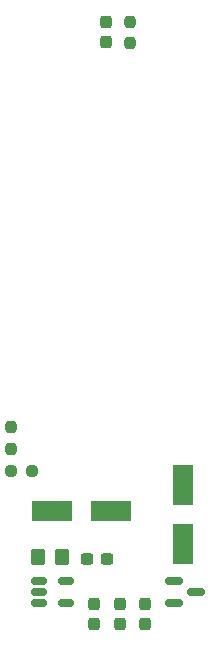
<source format=gbr>
%TF.GenerationSoftware,KiCad,Pcbnew,(6.0.6-0)*%
%TF.CreationDate,2023-03-25T13:57:32+01:00*%
%TF.ProjectId,bubblebutbot,62756262-6c65-4627-9574-626f742e6b69,rev?*%
%TF.SameCoordinates,Original*%
%TF.FileFunction,Paste,Top*%
%TF.FilePolarity,Positive*%
%FSLAX46Y46*%
G04 Gerber Fmt 4.6, Leading zero omitted, Abs format (unit mm)*
G04 Created by KiCad (PCBNEW (6.0.6-0)) date 2023-03-25 13:57:32*
%MOMM*%
%LPD*%
G01*
G04 APERTURE LIST*
G04 Aperture macros list*
%AMRoundRect*
0 Rectangle with rounded corners*
0 $1 Rounding radius*
0 $2 $3 $4 $5 $6 $7 $8 $9 X,Y pos of 4 corners*
0 Add a 4 corners polygon primitive as box body*
4,1,4,$2,$3,$4,$5,$6,$7,$8,$9,$2,$3,0*
0 Add four circle primitives for the rounded corners*
1,1,$1+$1,$2,$3*
1,1,$1+$1,$4,$5*
1,1,$1+$1,$6,$7*
1,1,$1+$1,$8,$9*
0 Add four rect primitives between the rounded corners*
20,1,$1+$1,$2,$3,$4,$5,0*
20,1,$1+$1,$4,$5,$6,$7,0*
20,1,$1+$1,$6,$7,$8,$9,0*
20,1,$1+$1,$8,$9,$2,$3,0*%
G04 Aperture macros list end*
%ADD10RoundRect,0.237500X0.237500X-0.250000X0.237500X0.250000X-0.237500X0.250000X-0.237500X-0.250000X0*%
%ADD11RoundRect,0.237500X0.250000X0.237500X-0.250000X0.237500X-0.250000X-0.237500X0.250000X-0.237500X0*%
%ADD12RoundRect,0.237500X0.237500X-0.287500X0.237500X0.287500X-0.237500X0.287500X-0.237500X-0.287500X0*%
%ADD13RoundRect,0.250000X-0.350000X-0.450000X0.350000X-0.450000X0.350000X0.450000X-0.350000X0.450000X0*%
%ADD14RoundRect,0.150000X-0.512500X-0.150000X0.512500X-0.150000X0.512500X0.150000X-0.512500X0.150000X0*%
%ADD15R,3.500000X1.800000*%
%ADD16RoundRect,0.150000X-0.587500X-0.150000X0.587500X-0.150000X0.587500X0.150000X-0.587500X0.150000X0*%
%ADD17RoundRect,0.237500X-0.300000X-0.237500X0.300000X-0.237500X0.300000X0.237500X-0.300000X0.237500X0*%
%ADD18RoundRect,0.237500X-0.237500X0.300000X-0.237500X-0.300000X0.237500X-0.300000X0.237500X0.300000X0*%
%ADD19R,1.800000X3.500000*%
G04 APERTURE END LIST*
D10*
%TO.C,R4*%
X156917500Y-115837500D03*
X156917500Y-117662500D03*
%TD*%
D11*
%TO.C,R3*%
X158750000Y-119500000D03*
X156925000Y-119500000D03*
%TD*%
D10*
%TO.C,R2*%
X167010000Y-81507500D03*
X167010000Y-83332500D03*
%TD*%
D12*
%TO.C,D3*%
X165010000Y-81500000D03*
X165010000Y-83250000D03*
%TD*%
D13*
%TO.C,R1*%
X161250000Y-126780000D03*
X159250000Y-126780000D03*
%TD*%
D14*
%TO.C,U3*%
X159312500Y-128850000D03*
X159312500Y-129800000D03*
X159312500Y-130750000D03*
X161587500Y-130750000D03*
X161587500Y-128850000D03*
%TD*%
D15*
%TO.C,D1*%
X160400000Y-122894420D03*
X165400000Y-122894420D03*
%TD*%
D16*
%TO.C,Q1*%
X170762500Y-128850000D03*
X170762500Y-130750000D03*
X172637500Y-129800000D03*
%TD*%
D17*
%TO.C,C1*%
X163337500Y-127000000D03*
X165062500Y-127000000D03*
%TD*%
D18*
%TO.C,C4*%
X168325000Y-130787500D03*
X168325000Y-132512500D03*
%TD*%
D19*
%TO.C,D2*%
X171500000Y-120700000D03*
X171500000Y-125700000D03*
%TD*%
D18*
%TO.C,C3*%
X166140000Y-130787500D03*
X166140000Y-132512500D03*
%TD*%
%TO.C,C2*%
X163955000Y-130787500D03*
X163955000Y-132512500D03*
%TD*%
M02*

</source>
